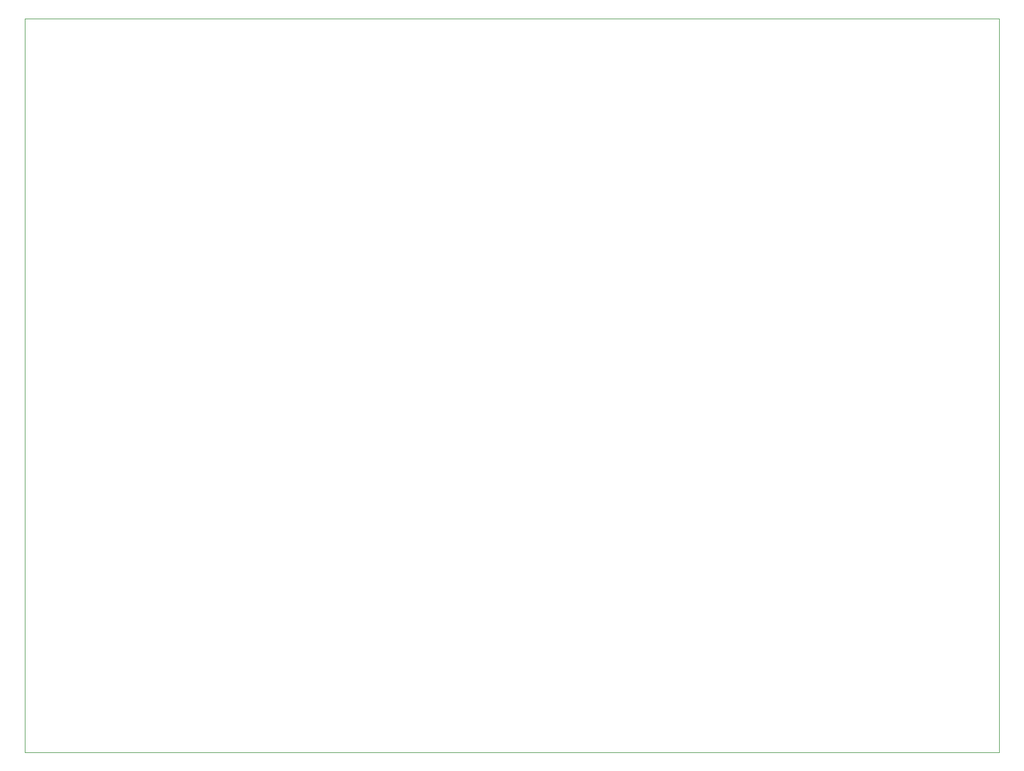
<source format=gbr>
%TF.GenerationSoftware,KiCad,Pcbnew,7.0.11-7.0.11~ubuntu22.04.1*%
%TF.CreationDate,2024-03-31T18:03:40+02:00*%
%TF.ProjectId,ek_left_hand_24_buttons,656b5f6c-6566-4745-9f68-616e645f3234,1.0*%
%TF.SameCoordinates,Original*%
%TF.FileFunction,Profile,NP*%
%FSLAX46Y46*%
G04 Gerber Fmt 4.6, Leading zero omitted, Abs format (unit mm)*
G04 Created by KiCad (PCBNEW 7.0.11-7.0.11~ubuntu22.04.1) date 2024-03-31 18:03:40*
%MOMM*%
%LPD*%
G01*
G04 APERTURE LIST*
%TA.AperFunction,Profile*%
%ADD10C,0.100000*%
%TD*%
G04 APERTURE END LIST*
D10*
X42600000Y-37400000D02*
X188600000Y-37400000D01*
X188600000Y-147400000D02*
X42600000Y-147400000D01*
X188600000Y-147400000D02*
X188600000Y-37400000D01*
X42600000Y-147400000D02*
X42600000Y-37400000D01*
M02*

</source>
